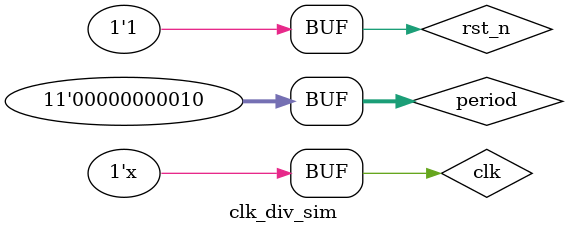
<source format=v>
`timescale 1ns / 1ps


module clk_div_sim();
reg clk;
reg rst_n;
reg [10:0] period;
wire clk_out;
wire [10:0] counter;
clk_div cd(clk, rst_n, period, clk_out, counter);
initial begin
clk = 0; 
rst_n = 0;
period = 4;
#10 rst_n = 1;
#100 period = 2;
end
always begin
    #10 clk = ~clk;
end
endmodule

</source>
